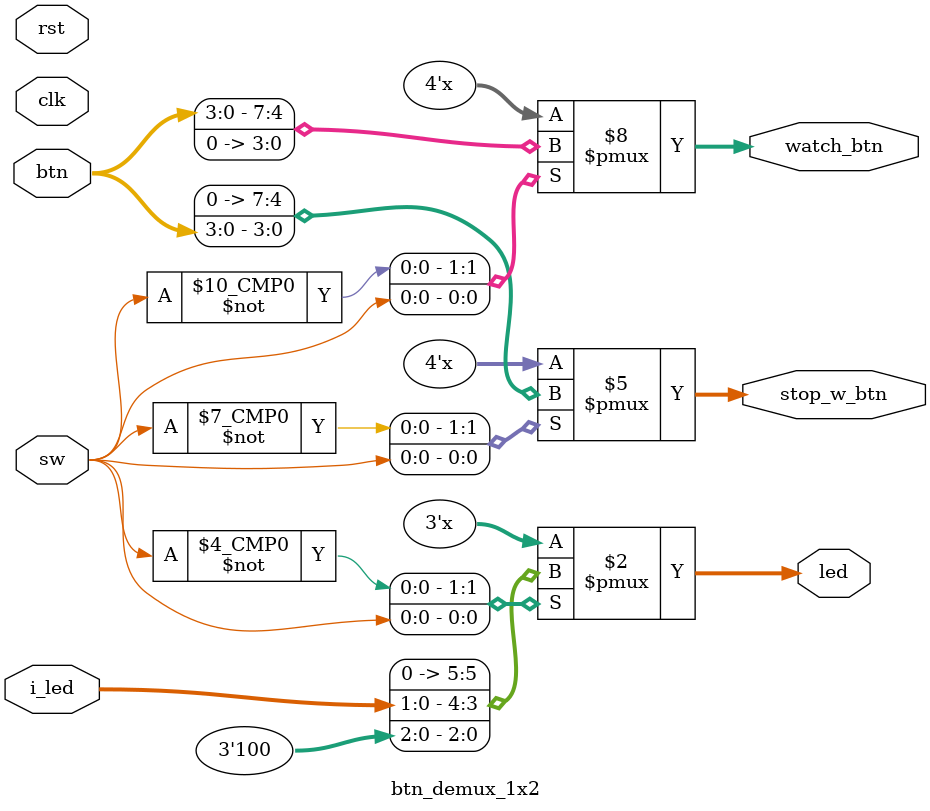
<source format=v>
`timescale 1ns / 1ps

module Top_Watch (
    input        clk,
    input        rst,
    input  [1:0] sw,
    input  [3:0] rx_btn_data,
    output [3:0] fnd_com,
    output [7:0] fnd_data,
    output [2:0] L_R_Mode_led,
    output [1:0] rs_state,
    output [6:0] msec,
    output [5:0] sec,
    output [5:0] min,
    output [4:0] hour
);
    wire [3:0] w_btn, w_stop_w_btn, w_watch_btn;
    wire [6:0] w_stop_w_msec, w_watch_msec;
    wire [5:0] w_stop_w_sec, w_watch_sec, w_stop_w_min, w_watch_min;
    wire [4:0] w_stop_w_hour, w_watch_hour;
    wire [1:0] w_led;


    btn_debounce U_DEBOUNCE_U (
        .i_btn(rx_btn_data[0]),
        .clk  (clk),
        .rst  (rst),
        .o_btn(w_btn[0])
    );

    btn_debounce U_DEBOUNCE_D (
        .i_btn(rx_btn_data[3]),
        .clk  (clk),
        .rst  (rst),
        .o_btn(w_btn[3])
    );

    btn_debounce U_DEBOUNCE_L (
        .i_btn(rx_btn_data[1]),
        .clk  (clk),
        .rst  (rst),
        .o_btn(w_btn[1])
    );

    btn_debounce U_DEBOUNCE_R (
        .i_btn(rx_btn_data[2]),
        .clk  (clk),
        .rst  (rst),
        .o_btn(w_btn[2])
    );

    btn_demux_1x2 U_BTN_DEMUX (
        .clk(clk),
        .rst(rst),
        .sw(sw[1]),
        .btn(w_btn),
        .i_led(w_led),
        .stop_w_btn(w_stop_w_btn),
        .watch_btn(w_watch_btn),
        .led(L_R_Mode_led)
    );

    stop_watch U_STOP_WATCH (
        .clk(clk),
        .rst(rst),
        .sw(sw[0]),
        .btnL_Clear(w_stop_w_btn[1]),
        .btnR_RunStop(w_stop_w_btn[2]),
        .msec(w_stop_w_msec),
        .sec(w_stop_w_sec),
        .min(w_stop_w_min),
        .hour(w_stop_w_hour),
        .rs_state(rs_state)
    );

    watch U_WATCH (
        .clk(clk),
        .rst(rst),
        .sw(sw[0]),
        .btn(w_watch_btn),
        .msec(w_watch_msec),
        .sec(w_watch_sec),
        .min(w_watch_min),
        .hour(w_watch_hour),
        .o_led(w_led)
    );

    watch_mode_mux U_WATCH_MUX (
        .clk(clk),
        .rst(rst),
        .sw(sw[1]),
        .stop_w_msec(w_stop_w_msec),
        .stop_w_sec(w_stop_w_sec),
        .stop_w_min(w_stop_w_min),
        .stop_w_hour(w_stop_w_hour),
        .watch_msec(w_watch_msec),
        .watch_sec(w_watch_sec),
        .watch_min(w_watch_min),
        .watch_hour(w_watch_hour),
        .o_msec(msec),
        .o_sec(sec),
        .o_min(min),
        .o_hour(hour)
    );

endmodule

module watch_mode_mux (
    input            clk,
    input            rst,
    input            sw,
    input      [6:0] stop_w_msec,
    input      [5:0] stop_w_sec,
    input      [5:0] stop_w_min,
    input      [4:0] stop_w_hour,
    input      [6:0] watch_msec,
    input      [5:0] watch_sec,
    input      [5:0] watch_min,
    input      [4:0] watch_hour,
    output reg [6:0] o_msec,
    output reg [5:0] o_sec,
    output reg [5:0] o_min,
    output reg [4:0] o_hour
);
    parameter WATCH = 0, STOP_WATCH = 1;

    always @(*) begin
        case (sw)
            WATCH: begin
                o_msec = watch_msec;
                o_sec  = watch_sec;
                o_min  = watch_min;
                o_hour = watch_hour;
            end
            STOP_WATCH: begin
                o_msec = stop_w_msec;
                o_sec  = stop_w_sec;
                o_min  = stop_w_min;
                o_hour = stop_w_hour;
            end
            default: begin
                o_msec = watch_msec;
                o_sec  = watch_sec;
                o_min  = watch_min;
                o_hour = watch_hour;
            end
        endcase
    end
endmodule

module btn_demux_1x2 (
    input            clk,
    input            rst,
    input            sw,
    input      [1:0] i_led,
    input      [3:0] btn,
    output reg [3:0] stop_w_btn,
    output reg [3:0] watch_btn,
    output reg [2:0] led
);

    always @(*) begin
        watch_btn  = 4'b0000;
        stop_w_btn = 4'b0000;
        case (sw)
            0: begin
                watch_btn = btn;
                stop_w_btn = 4'b0000;
                led = {1'b0, i_led};
            end
            1: begin
                stop_w_btn = btn;
                watch_btn = 4'b0000;
                led = 3'b100;
            end
            default: begin
                watch_btn = btn;
                stop_w_btn = 4'b0000;
                led = {1'b0, i_led};
            end
        endcase
    end
endmodule

</source>
